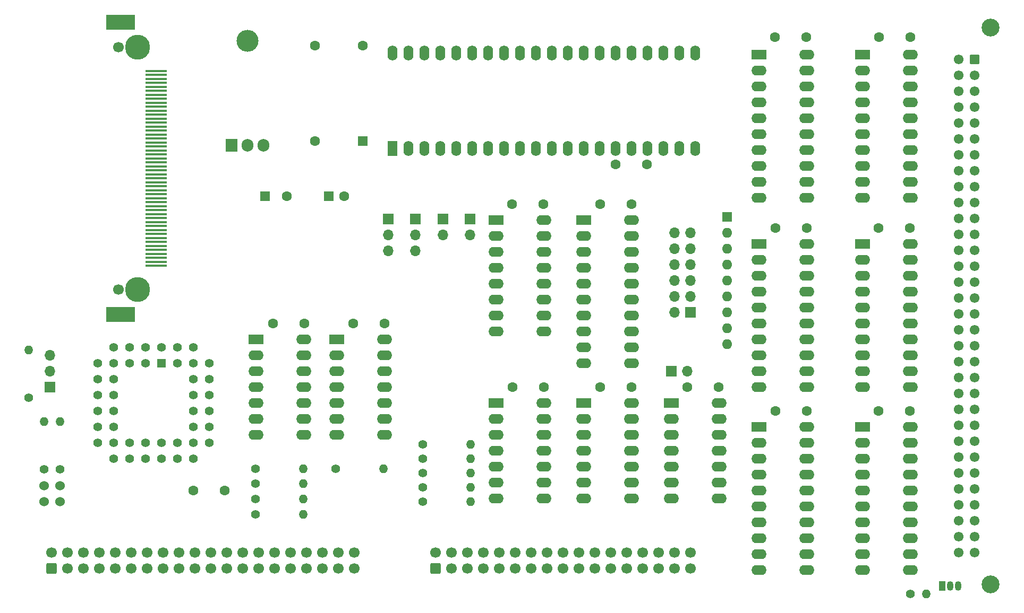
<source format=gbr>
%TF.GenerationSoftware,KiCad,Pcbnew,(6.0.4)*%
%TF.CreationDate,2022-10-24T21:41:38+02:00*%
%TF.ProjectId,Z80-IDE,5a38302d-4944-4452-9e6b-696361645f70,rev?*%
%TF.SameCoordinates,Original*%
%TF.FileFunction,Soldermask,Top*%
%TF.FilePolarity,Negative*%
%FSLAX46Y46*%
G04 Gerber Fmt 4.6, Leading zero omitted, Abs format (unit mm)*
G04 Created by KiCad (PCBNEW (6.0.4)) date 2022-10-24 21:41:38*
%MOMM*%
%LPD*%
G01*
G04 APERTURE LIST*
G04 Aperture macros list*
%AMRoundRect*
0 Rectangle with rounded corners*
0 $1 Rounding radius*
0 $2 $3 $4 $5 $6 $7 $8 $9 X,Y pos of 4 corners*
0 Add a 4 corners polygon primitive as box body*
4,1,4,$2,$3,$4,$5,$6,$7,$8,$9,$2,$3,0*
0 Add four circle primitives for the rounded corners*
1,1,$1+$1,$2,$3*
1,1,$1+$1,$4,$5*
1,1,$1+$1,$6,$7*
1,1,$1+$1,$8,$9*
0 Add four rect primitives between the rounded corners*
20,1,$1+$1,$2,$3,$4,$5,0*
20,1,$1+$1,$4,$5,$6,$7,0*
20,1,$1+$1,$6,$7,$8,$9,0*
20,1,$1+$1,$8,$9,$2,$3,0*%
G04 Aperture macros list end*
%ADD10C,1.400000*%
%ADD11O,1.400000X1.400000*%
%ADD12R,1.050000X1.500000*%
%ADD13O,1.050000X1.500000*%
%ADD14C,1.600000*%
%ADD15R,1.700000X1.700000*%
%ADD16O,1.700000X1.700000*%
%ADD17R,2.400000X1.600000*%
%ADD18O,2.400000X1.600000*%
%ADD19R,1.600000X1.600000*%
%ADD20O,3.500000X3.500000*%
%ADD21R,1.905000X2.000000*%
%ADD22O,1.905000X2.000000*%
%ADD23R,1.600000X2.400000*%
%ADD24O,1.600000X2.400000*%
%ADD25R,1.422400X1.422400*%
%ADD26C,1.422400*%
%ADD27C,2.850000*%
%ADD28RoundRect,0.249999X-0.525001X0.525001X-0.525001X-0.525001X0.525001X-0.525001X0.525001X0.525001X0*%
%ADD29C,1.550000*%
%ADD30O,1.600000X1.600000*%
%ADD31RoundRect,0.250000X0.600000X-0.600000X0.600000X0.600000X-0.600000X0.600000X-0.600000X-0.600000X0*%
%ADD32C,1.700000*%
%ADD33R,4.570000X2.490000*%
%ADD34C,3.990000*%
%ADD35R,3.510000X0.410000*%
%ADD36C,1.524000*%
G04 APERTURE END LIST*
D10*
%TO.C,R1*%
X214630000Y-134620000D03*
D11*
X217170000Y-134620000D03*
%TD*%
D12*
%TO.C,Q1*%
X219710000Y-133350000D03*
D13*
X220980000Y-133350000D03*
X222250000Y-133350000D03*
%TD*%
D14*
%TO.C,C12*%
X156210000Y-101600000D03*
X151210000Y-101600000D03*
%TD*%
D10*
%TO.C,R4*%
X76581000Y-114731800D03*
D11*
X76581000Y-107111800D03*
%TD*%
D15*
%TO.C,JP6*%
X135737600Y-74752200D03*
D16*
X135737600Y-77292200D03*
X135737600Y-79832200D03*
%TD*%
D10*
%TO.C,R11*%
X136906000Y-110769400D03*
D11*
X144526000Y-110769400D03*
%TD*%
D17*
%TO.C,U12*%
X148590000Y-74930000D03*
D18*
X148590000Y-77470000D03*
X148590000Y-80010000D03*
X148590000Y-82550000D03*
X148590000Y-85090000D03*
X148590000Y-87630000D03*
X148590000Y-90170000D03*
X148590000Y-92710000D03*
X156210000Y-92710000D03*
X156210000Y-90170000D03*
X156210000Y-87630000D03*
X156210000Y-85090000D03*
X156210000Y-82550000D03*
X156210000Y-80010000D03*
X156210000Y-77470000D03*
X156210000Y-74930000D03*
%TD*%
D14*
%TO.C,C15*%
X170180000Y-72390000D03*
X165180000Y-72390000D03*
%TD*%
D19*
%TO.C,X1*%
X127330200Y-62306200D03*
D14*
X127330200Y-47066200D03*
X119710200Y-47066200D03*
X119710200Y-62306200D03*
%TD*%
%TO.C,C4*%
X214575000Y-105415000D03*
X209575000Y-105415000D03*
%TD*%
D10*
%TO.C,R9*%
X74117200Y-103312200D03*
D11*
X74117200Y-95692200D03*
%TD*%
D14*
%TO.C,C1*%
X198105000Y-76205000D03*
X193105000Y-76205000D03*
%TD*%
D17*
%TO.C,U6*%
X123190000Y-93980000D03*
D18*
X123190000Y-96520000D03*
X123190000Y-99060000D03*
X123190000Y-101600000D03*
X123190000Y-104140000D03*
X123190000Y-106680000D03*
X123190000Y-109220000D03*
X130810000Y-109220000D03*
X130810000Y-106680000D03*
X130810000Y-104140000D03*
X130810000Y-101600000D03*
X130810000Y-99060000D03*
X130810000Y-96520000D03*
X130810000Y-93980000D03*
%TD*%
D19*
%TO.C,C17*%
X121920000Y-71120000D03*
D14*
X124420000Y-71120000D03*
%TD*%
D17*
%TO.C,U5*%
X206995000Y-107955000D03*
D18*
X206995000Y-110495000D03*
X206995000Y-113035000D03*
X206995000Y-115575000D03*
X206995000Y-118115000D03*
X206995000Y-120655000D03*
X206995000Y-123195000D03*
X206995000Y-125735000D03*
X206995000Y-128275000D03*
X206995000Y-130815000D03*
X214615000Y-130815000D03*
X214615000Y-128275000D03*
X214615000Y-125735000D03*
X214615000Y-123195000D03*
X214615000Y-120655000D03*
X214615000Y-118115000D03*
X214615000Y-115575000D03*
X214615000Y-113035000D03*
X214615000Y-110495000D03*
X214615000Y-107955000D03*
%TD*%
D20*
%TO.C,U15*%
X108966000Y-46332000D03*
D21*
X106426000Y-62992000D03*
D22*
X108966000Y-62992000D03*
X111506000Y-62992000D03*
%TD*%
D14*
%TO.C,C9*%
X118070000Y-91440000D03*
X113070000Y-91440000D03*
%TD*%
D17*
%TO.C,U9*%
X190485000Y-48524000D03*
D18*
X190485000Y-51064000D03*
X190485000Y-53604000D03*
X190485000Y-56144000D03*
X190485000Y-58684000D03*
X190485000Y-61224000D03*
X190485000Y-63764000D03*
X190485000Y-66304000D03*
X190485000Y-68844000D03*
X190485000Y-71384000D03*
X198105000Y-71384000D03*
X198105000Y-68844000D03*
X198105000Y-66304000D03*
X198105000Y-63764000D03*
X198105000Y-61224000D03*
X198105000Y-58684000D03*
X198105000Y-56144000D03*
X198105000Y-53604000D03*
X198105000Y-51064000D03*
X198105000Y-48524000D03*
%TD*%
D10*
%TO.C,R2*%
X123037600Y-114604800D03*
D11*
X130657600Y-114604800D03*
%TD*%
D14*
%TO.C,C6*%
X105370000Y-118110000D03*
X100370000Y-118110000D03*
%TD*%
D10*
%TO.C,R3*%
X79095600Y-114731800D03*
D11*
X79095600Y-107111800D03*
%TD*%
D23*
%TO.C,U13*%
X132080000Y-63500000D03*
D24*
X134620000Y-63500000D03*
X137160000Y-63500000D03*
X139700000Y-63500000D03*
X142240000Y-63500000D03*
X144780000Y-63500000D03*
X147320000Y-63500000D03*
X149860000Y-63500000D03*
X152400000Y-63500000D03*
X154940000Y-63500000D03*
X157480000Y-63500000D03*
X160020000Y-63500000D03*
X162560000Y-63500000D03*
X165100000Y-63500000D03*
X167640000Y-63500000D03*
X170180000Y-63500000D03*
X172720000Y-63500000D03*
X175260000Y-63500000D03*
X177800000Y-63500000D03*
X180340000Y-63500000D03*
X180340000Y-48260000D03*
X177800000Y-48260000D03*
X175260000Y-48260000D03*
X172720000Y-48260000D03*
X170180000Y-48260000D03*
X167640000Y-48260000D03*
X165100000Y-48260000D03*
X162560000Y-48260000D03*
X160020000Y-48260000D03*
X157480000Y-48260000D03*
X154940000Y-48260000D03*
X152400000Y-48260000D03*
X149860000Y-48260000D03*
X147320000Y-48260000D03*
X144780000Y-48260000D03*
X142240000Y-48260000D03*
X139700000Y-48260000D03*
X137160000Y-48260000D03*
X134620000Y-48260000D03*
X132080000Y-48260000D03*
%TD*%
D15*
%TO.C,JP4*%
X140106400Y-74752200D03*
D16*
X140106400Y-77292200D03*
%TD*%
D10*
%TO.C,R12*%
X136906000Y-113030000D03*
D11*
X144526000Y-113030000D03*
%TD*%
D14*
%TO.C,C8*%
X198025000Y-45725000D03*
X193025000Y-45725000D03*
%TD*%
D25*
%TO.C,U7*%
X95250000Y-97790000D03*
D26*
X92710000Y-95250000D03*
X92710000Y-97790000D03*
X90170000Y-95250000D03*
X90170000Y-97790000D03*
X87630000Y-95250000D03*
X85090000Y-97790000D03*
X87630000Y-97790000D03*
X85090000Y-100330000D03*
X87630000Y-100330000D03*
X85090000Y-102870000D03*
X87630000Y-102870000D03*
X85090000Y-105410000D03*
X87630000Y-105410000D03*
X85090000Y-107950000D03*
X87630000Y-107950000D03*
X85090000Y-110490000D03*
X87630000Y-113030000D03*
X87630000Y-110490000D03*
X90170000Y-113030000D03*
X90170000Y-110490000D03*
X92710000Y-113030000D03*
X92710000Y-110490000D03*
X95250000Y-113030000D03*
X95250000Y-110490000D03*
X97790000Y-113030000D03*
X97790000Y-110490000D03*
X100330000Y-113030000D03*
X102870000Y-110490000D03*
X100330000Y-110490000D03*
X102870000Y-107950000D03*
X100330000Y-107950000D03*
X102870000Y-105410000D03*
X100330000Y-105410000D03*
X102870000Y-102870000D03*
X100330000Y-102870000D03*
X102870000Y-100330000D03*
X100330000Y-100330000D03*
X102870000Y-97790000D03*
X100330000Y-95250000D03*
X100330000Y-97790000D03*
X97790000Y-95250000D03*
X97790000Y-97790000D03*
X95250000Y-95250000D03*
%TD*%
D17*
%TO.C,U4*%
X206995000Y-78745000D03*
D18*
X206995000Y-81285000D03*
X206995000Y-83825000D03*
X206995000Y-86365000D03*
X206995000Y-88905000D03*
X206995000Y-91445000D03*
X206995000Y-93985000D03*
X206995000Y-96525000D03*
X206995000Y-99065000D03*
X206995000Y-101605000D03*
X214615000Y-101605000D03*
X214615000Y-99065000D03*
X214615000Y-96525000D03*
X214615000Y-93985000D03*
X214615000Y-91445000D03*
X214615000Y-88905000D03*
X214615000Y-86365000D03*
X214615000Y-83825000D03*
X214615000Y-81285000D03*
X214615000Y-78745000D03*
%TD*%
D14*
%TO.C,C10*%
X170180000Y-101600000D03*
X165180000Y-101600000D03*
%TD*%
D15*
%TO.C,JP1*%
X179583000Y-89662000D03*
D16*
X177043000Y-89662000D03*
X179583000Y-87122000D03*
X177043000Y-87122000D03*
X179583000Y-84582000D03*
X177043000Y-84582000D03*
X179583000Y-82042000D03*
X177043000Y-82042000D03*
X179583000Y-79502000D03*
X177043000Y-79502000D03*
X179583000Y-76962000D03*
X177043000Y-76962000D03*
%TD*%
D17*
%TO.C,U11*%
X162570000Y-104135000D03*
D18*
X162570000Y-106675000D03*
X162570000Y-109215000D03*
X162570000Y-111755000D03*
X162570000Y-114295000D03*
X162570000Y-116835000D03*
X162570000Y-119375000D03*
X170190000Y-119375000D03*
X170190000Y-116835000D03*
X170190000Y-114295000D03*
X170190000Y-111755000D03*
X170190000Y-109215000D03*
X170190000Y-106675000D03*
X170190000Y-104135000D03*
%TD*%
D17*
%TO.C,U2*%
X190485000Y-78745000D03*
D18*
X190485000Y-81285000D03*
X190485000Y-83825000D03*
X190485000Y-86365000D03*
X190485000Y-88905000D03*
X190485000Y-91445000D03*
X190485000Y-93985000D03*
X190485000Y-96525000D03*
X190485000Y-99065000D03*
X190485000Y-101605000D03*
X198105000Y-101605000D03*
X198105000Y-99065000D03*
X198105000Y-96525000D03*
X198105000Y-93985000D03*
X198105000Y-91445000D03*
X198105000Y-88905000D03*
X198105000Y-86365000D03*
X198105000Y-83825000D03*
X198105000Y-81285000D03*
X198105000Y-78745000D03*
%TD*%
D10*
%TO.C,R10*%
X136906000Y-117602000D03*
D11*
X144526000Y-117602000D03*
%TD*%
D15*
%TO.C,JP2*%
X176530000Y-99060000D03*
D16*
X179070000Y-99060000D03*
%TD*%
D17*
%TO.C,U10*%
X110306800Y-93980000D03*
D18*
X110306800Y-96520000D03*
X110306800Y-99060000D03*
X110306800Y-101600000D03*
X110306800Y-104140000D03*
X110306800Y-106680000D03*
X110306800Y-109220000D03*
X117926800Y-109220000D03*
X117926800Y-106680000D03*
X117926800Y-104140000D03*
X117926800Y-101600000D03*
X117926800Y-99060000D03*
X117926800Y-96520000D03*
X117926800Y-93980000D03*
%TD*%
D27*
%TO.C,J1*%
X227451000Y-44196000D03*
X227451000Y-133096000D03*
D28*
X224911000Y-49276000D03*
D29*
X224911000Y-51816000D03*
X224911000Y-54356000D03*
X224911000Y-56896000D03*
X224911000Y-59436000D03*
X224911000Y-61976000D03*
X224911000Y-64516000D03*
X224911000Y-67056000D03*
X224911000Y-69596000D03*
X224911000Y-72136000D03*
X224911000Y-74676000D03*
X224911000Y-77216000D03*
X224911000Y-79756000D03*
X224911000Y-82296000D03*
X224911000Y-84836000D03*
X224911000Y-87376000D03*
X224911000Y-89916000D03*
X224911000Y-92456000D03*
X224911000Y-94996000D03*
X224911000Y-97536000D03*
X224911000Y-100076000D03*
X224911000Y-102616000D03*
X224911000Y-105156000D03*
X224911000Y-107696000D03*
X224911000Y-110236000D03*
X224911000Y-112776000D03*
X224911000Y-115316000D03*
X224911000Y-117856000D03*
X224911000Y-120396000D03*
X224911000Y-122936000D03*
X224911000Y-125476000D03*
X224911000Y-128016000D03*
X222371000Y-49276000D03*
X222371000Y-51816000D03*
X222371000Y-54356000D03*
X222371000Y-56896000D03*
X222371000Y-59436000D03*
X222371000Y-61976000D03*
X222371000Y-64516000D03*
X222371000Y-67056000D03*
X222371000Y-69596000D03*
X222371000Y-72136000D03*
X222371000Y-74676000D03*
X222371000Y-77216000D03*
X222371000Y-79756000D03*
X222371000Y-82296000D03*
X222371000Y-84836000D03*
X222371000Y-87376000D03*
X222371000Y-89916000D03*
X222371000Y-92456000D03*
X222371000Y-94996000D03*
X222371000Y-97536000D03*
X222371000Y-100076000D03*
X222371000Y-102616000D03*
X222371000Y-105156000D03*
X222371000Y-107696000D03*
X222371000Y-110236000D03*
X222371000Y-112776000D03*
X222371000Y-115316000D03*
X222371000Y-117856000D03*
X222371000Y-120396000D03*
X222371000Y-122936000D03*
X222371000Y-125476000D03*
X222371000Y-128016000D03*
%TD*%
D19*
%TO.C,RN1*%
X185420000Y-74422000D03*
D30*
X185420000Y-76962000D03*
X185420000Y-79502000D03*
X185420000Y-82042000D03*
X185420000Y-84582000D03*
X185420000Y-87122000D03*
X185420000Y-89662000D03*
X185420000Y-92202000D03*
X185420000Y-94742000D03*
%TD*%
D14*
%TO.C,C5*%
X130810000Y-91440000D03*
X125810000Y-91440000D03*
%TD*%
D10*
%TO.C,R8*%
X110261400Y-119456200D03*
D11*
X117881400Y-119456200D03*
%TD*%
D15*
%TO.C,JP5*%
X77470000Y-101600000D03*
D16*
X77470000Y-99060000D03*
X77470000Y-96520000D03*
%TD*%
D14*
%TO.C,C3*%
X214575000Y-76205000D03*
X209575000Y-76205000D03*
%TD*%
D31*
%TO.C,J2*%
X77724000Y-130546500D03*
D32*
X77724000Y-128006500D03*
X80264000Y-130546500D03*
X80264000Y-128006500D03*
X82804000Y-130546500D03*
X82804000Y-128006500D03*
X85344000Y-130546500D03*
X85344000Y-128006500D03*
X87884000Y-130546500D03*
X87884000Y-128006500D03*
X90424000Y-130546500D03*
X90424000Y-128006500D03*
X92964000Y-130546500D03*
X92964000Y-128006500D03*
X95504000Y-130546500D03*
X95504000Y-128006500D03*
X98044000Y-130546500D03*
X98044000Y-128006500D03*
X100584000Y-130546500D03*
X100584000Y-128006500D03*
X103124000Y-130546500D03*
X103124000Y-128006500D03*
X105664000Y-130546500D03*
X105664000Y-128006500D03*
X108204000Y-130546500D03*
X108204000Y-128006500D03*
X110744000Y-130546500D03*
X110744000Y-128006500D03*
X113284000Y-130546500D03*
X113284000Y-128006500D03*
X115824000Y-130546500D03*
X115824000Y-128006500D03*
X118364000Y-130546500D03*
X118364000Y-128006500D03*
X120904000Y-130546500D03*
X120904000Y-128006500D03*
X123444000Y-130546500D03*
X123444000Y-128006500D03*
X125984000Y-130546500D03*
X125984000Y-128006500D03*
%TD*%
D10*
%TO.C,R7*%
X110261400Y-117017400D03*
D11*
X117881400Y-117017400D03*
%TD*%
D14*
%TO.C,C13*%
X167640000Y-66040000D03*
X172640000Y-66040000D03*
%TD*%
D19*
%TO.C,C16*%
X111760000Y-71120000D03*
D14*
X115260000Y-71120000D03*
%TD*%
D15*
%TO.C,JP7*%
X131419600Y-74752200D03*
D16*
X131419600Y-77292200D03*
X131419600Y-79832200D03*
%TD*%
D17*
%TO.C,U1*%
X176530000Y-104140000D03*
D18*
X176530000Y-106680000D03*
X176530000Y-109220000D03*
X176530000Y-111760000D03*
X176530000Y-114300000D03*
X176530000Y-116840000D03*
X176530000Y-119380000D03*
X184150000Y-119380000D03*
X184150000Y-116840000D03*
X184150000Y-114300000D03*
X184150000Y-111760000D03*
X184150000Y-109220000D03*
X184150000Y-106680000D03*
X184150000Y-104140000D03*
%TD*%
D14*
%TO.C,C14*%
X184110000Y-101600000D03*
X179110000Y-101600000D03*
%TD*%
D17*
%TO.C,U17*%
X162560000Y-74930000D03*
D18*
X162560000Y-77470000D03*
X162560000Y-80010000D03*
X162560000Y-82550000D03*
X162560000Y-85090000D03*
X162560000Y-87630000D03*
X162560000Y-90170000D03*
X162560000Y-92710000D03*
X162560000Y-95250000D03*
X162560000Y-97790000D03*
X170180000Y-97790000D03*
X170180000Y-95250000D03*
X170180000Y-92710000D03*
X170180000Y-90170000D03*
X170180000Y-87630000D03*
X170180000Y-85090000D03*
X170180000Y-82550000D03*
X170180000Y-80010000D03*
X170180000Y-77470000D03*
X170180000Y-74930000D03*
%TD*%
D10*
%TO.C,R5*%
X110261400Y-121894600D03*
D11*
X117881400Y-121894600D03*
%TD*%
D17*
%TO.C,U16*%
X148590000Y-104135000D03*
D18*
X148590000Y-106675000D03*
X148590000Y-109215000D03*
X148590000Y-111755000D03*
X148590000Y-114295000D03*
X148590000Y-116835000D03*
X148590000Y-119375000D03*
X156210000Y-119375000D03*
X156210000Y-116835000D03*
X156210000Y-114295000D03*
X156210000Y-111755000D03*
X156210000Y-109215000D03*
X156210000Y-106675000D03*
X156210000Y-104135000D03*
%TD*%
D17*
%TO.C,U3*%
X206995000Y-48524000D03*
D18*
X206995000Y-51064000D03*
X206995000Y-53604000D03*
X206995000Y-56144000D03*
X206995000Y-58684000D03*
X206995000Y-61224000D03*
X206995000Y-63764000D03*
X206995000Y-66304000D03*
X206995000Y-68844000D03*
X206995000Y-71384000D03*
X214615000Y-71384000D03*
X214615000Y-68844000D03*
X214615000Y-66304000D03*
X214615000Y-63764000D03*
X214615000Y-61224000D03*
X214615000Y-58684000D03*
X214615000Y-56144000D03*
X214615000Y-53604000D03*
X214615000Y-51064000D03*
X214615000Y-48524000D03*
%TD*%
D33*
%TO.C,CON1*%
X88768400Y-43335000D03*
D32*
X88438400Y-86045000D03*
X88438400Y-47305000D03*
D33*
X88768400Y-90015000D03*
D34*
X91438400Y-47305000D03*
X91438400Y-86045000D03*
D35*
X94438400Y-51115000D03*
X94438400Y-52385000D03*
X94438400Y-53655000D03*
X94438400Y-54925000D03*
X94438400Y-56195000D03*
X94438400Y-57465000D03*
X94438400Y-58735000D03*
X94438400Y-60005000D03*
X94438400Y-61275000D03*
X94438400Y-62545000D03*
X94438400Y-63815000D03*
X94438400Y-65085000D03*
X94438400Y-66355000D03*
X94438400Y-67625000D03*
X94438400Y-68895000D03*
X94438400Y-70165000D03*
X94438400Y-71435000D03*
X94438400Y-72705000D03*
X94438400Y-73975000D03*
X94438400Y-75245000D03*
X94438400Y-76515000D03*
X94438400Y-77785000D03*
X94438400Y-79055000D03*
X94438400Y-80325000D03*
X94438400Y-81595000D03*
X94438400Y-51755000D03*
X94438400Y-53025000D03*
X94438400Y-54295000D03*
X94438400Y-55565000D03*
X94438400Y-56835000D03*
X94438400Y-58105000D03*
X94438400Y-59375000D03*
X94438400Y-60645000D03*
X94438400Y-61915000D03*
X94438400Y-63185000D03*
X94438400Y-64455000D03*
X94438400Y-65725000D03*
X94438400Y-66995000D03*
X94438400Y-68265000D03*
X94438400Y-69535000D03*
X94438400Y-70805000D03*
X94438400Y-72075000D03*
X94438400Y-73345000D03*
X94438400Y-74615000D03*
X94438400Y-75885000D03*
X94438400Y-77155000D03*
X94438400Y-78425000D03*
X94438400Y-79695000D03*
X94438400Y-80965000D03*
X94438400Y-82235000D03*
%TD*%
D14*
%TO.C,C2*%
X214615000Y-45725000D03*
X209615000Y-45725000D03*
%TD*%
%TO.C,C11*%
X156170000Y-72390000D03*
X151170000Y-72390000D03*
%TD*%
D10*
%TO.C,R14*%
X136906000Y-119913400D03*
D11*
X144526000Y-119913400D03*
%TD*%
D10*
%TO.C,R6*%
X110261400Y-114604800D03*
D11*
X117881400Y-114604800D03*
%TD*%
D14*
%TO.C,C7*%
X198105000Y-105415000D03*
X193105000Y-105415000D03*
%TD*%
D17*
%TO.C,U8*%
X190485000Y-107955000D03*
D18*
X190485000Y-110495000D03*
X190485000Y-113035000D03*
X190485000Y-115575000D03*
X190485000Y-118115000D03*
X190485000Y-120655000D03*
X190485000Y-123195000D03*
X190485000Y-125735000D03*
X190485000Y-128275000D03*
X190485000Y-130815000D03*
X198105000Y-130815000D03*
X198105000Y-128275000D03*
X198105000Y-125735000D03*
X198105000Y-123195000D03*
X198105000Y-120655000D03*
X198105000Y-118115000D03*
X198105000Y-115575000D03*
X198105000Y-113035000D03*
X198105000Y-110495000D03*
X198105000Y-107955000D03*
%TD*%
D15*
%TO.C,JP3*%
X144475200Y-74752200D03*
D16*
X144475200Y-77292200D03*
%TD*%
D10*
%TO.C,R13*%
X136906000Y-115316000D03*
D11*
X144526000Y-115316000D03*
%TD*%
D31*
%TO.C,J3*%
X138938000Y-130546500D03*
D32*
X138938000Y-128006500D03*
X141478000Y-130546500D03*
X141478000Y-128006500D03*
X144018000Y-130546500D03*
X144018000Y-128006500D03*
X146558000Y-130546500D03*
X146558000Y-128006500D03*
X149098000Y-130546500D03*
X149098000Y-128006500D03*
X151638000Y-130546500D03*
X151638000Y-128006500D03*
X154178000Y-130546500D03*
X154178000Y-128006500D03*
X156718000Y-130546500D03*
X156718000Y-128006500D03*
X159258000Y-130546500D03*
X159258000Y-128006500D03*
X161798000Y-130546500D03*
X161798000Y-128006500D03*
X164338000Y-130546500D03*
X164338000Y-128006500D03*
X166878000Y-130546500D03*
X166878000Y-128006500D03*
X169418000Y-130546500D03*
X169418000Y-128006500D03*
X171958000Y-130546500D03*
X171958000Y-128006500D03*
X174498000Y-130546500D03*
X174498000Y-128006500D03*
X177038000Y-130546500D03*
X177038000Y-128006500D03*
X179578000Y-130546500D03*
X179578000Y-128006500D03*
%TD*%
D36*
%TO.C,LED1*%
X79133500Y-117347707D03*
X79133500Y-119887707D03*
X76593500Y-117347707D03*
X76593500Y-119887707D03*
%TD*%
M02*

</source>
